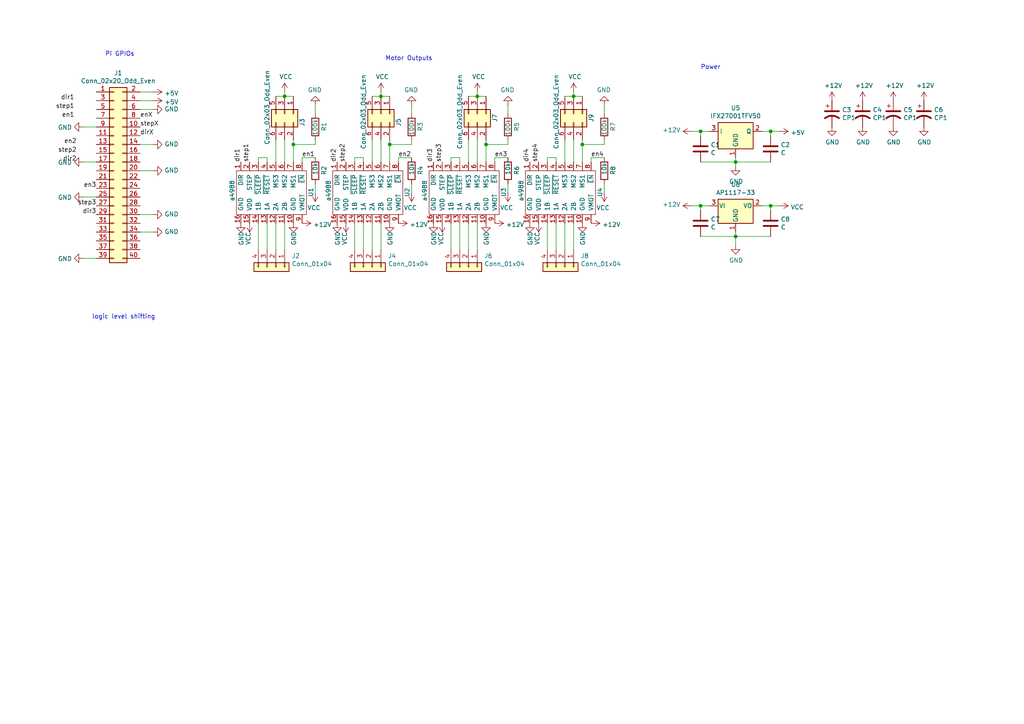
<source format=kicad_sch>
(kicad_sch (version 20211123) (generator eeschema)
  (paper "A4")
  (lib_symbols
    (symbol "Connector_Generic:Conn_01x04" (pin_names (offset 1.016) hide)
      (property "Reference" "J" (at 0 5.08 0))
      (property "Value" "Conn_01x04" (at 0 -7.62 0))
      (symbol "Conn_01x04_1_1"
        (rectangle (start -1.27 -4.953) (end 0 -5.207) (stroke (width 0.1524)))
        (rectangle (start -1.27 -2.413) (end 0 -2.667) (stroke (width 0.1524)))
        (rectangle (start -1.27 0.127) (end 0 -0.127) (stroke (width 0.1524)))
        (rectangle (start -1.27 2.667) (end 0 2.413) (stroke (width 0.1524)))
        (rectangle (start -1.27 3.81) (end 1.27 -6.35) (stroke (width 0.254)) (fill (type background)))
        (pin passive line (at -5.08 2.54 0) (length 3.81) (name "Pin_1") (number "1"))
        (pin passive line (at -5.08 0 0) (length 3.81) (name "Pin_2") (number "2"))
        (pin passive line (at -5.08 -2.54 0) (length 3.81) (name "Pin_3") (number "3"))
        (pin passive line (at -5.08 -5.08 0) (length 3.81) (name "Pin_4") (number "4"))
      )
    )
    (symbol "Connector_Generic:Conn_02x03_Odd_Even" (pin_names (offset 1.016) hide)
      (property "Reference" "J" (at 1.27 5.08 0))
      (property "Value" "Conn_02x03_Odd_Even" (at 1.27 -5.08 0))
      (symbol "Conn_02x03_Odd_Even_1_1"
        (rectangle (start -1.27 -2.413) (end 0 -2.667) (stroke (width 0.1524)))
        (rectangle (start -1.27 0.127) (end 0 -0.127) (stroke (width 0.1524)))
        (rectangle (start -1.27 2.667) (end 0 2.413) (stroke (width 0.1524)))
        (rectangle (start -1.27 3.81) (end 3.81 -3.81) (stroke (width 0.254)) (fill (type background)))
        (rectangle (start 3.81 -2.413) (end 2.54 -2.667) (stroke (width 0.1524)))
        (rectangle (start 3.81 0.127) (end 2.54 -0.127) (stroke (width 0.1524)))
        (rectangle (start 3.81 2.667) (end 2.54 2.413) (stroke (width 0.1524)))
        (pin passive line (at -5.08 2.54 0) (length 3.81) (name "Pin_1") (number "1"))
        (pin passive line (at 7.62 2.54 180) (length 3.81) (name "Pin_2") (number "2"))
        (pin passive line (at -5.08 0 0) (length 3.81) (name "Pin_3") (number "3"))
        (pin passive line (at 7.62 0 180) (length 3.81) (name "Pin_4") (number "4"))
        (pin passive line (at -5.08 -2.54 0) (length 3.81) (name "Pin_5") (number "5"))
        (pin passive line (at 7.62 -2.54 180) (length 3.81) (name "Pin_6") (number "6"))
      )
    )
    (symbol "Connector_Generic:Conn_02x20_Odd_Even" (pin_names (offset 1.016) hide)
      (property "Reference" "J" (at 1.27 25.4 0))
      (property "Value" "Conn_02x20_Odd_Even" (at 1.27 -27.94 0))
      (symbol "Conn_02x20_Odd_Even_1_1"
        (rectangle (start -1.27 -25.273) (end 0 -25.527) (stroke (width 0.1524)))
        (rectangle (start -1.27 -22.733) (end 0 -22.987) (stroke (width 0.1524)))
        (rectangle (start -1.27 -20.193) (end 0 -20.447) (stroke (width 0.1524)))
        (rectangle (start -1.27 -17.653) (end 0 -17.907) (stroke (width 0.1524)))
        (rectangle (start -1.27 -15.113) (end 0 -15.367) (stroke (width 0.1524)))
        (rectangle (start -1.27 -12.573) (end 0 -12.827) (stroke (width 0.1524)))
        (rectangle (start -1.27 -10.033) (end 0 -10.287) (stroke (width 0.1524)))
        (rectangle (start -1.27 -7.493) (end 0 -7.747) (stroke (width 0.1524)))
        (rectangle (start -1.27 -4.953) (end 0 -5.207) (stroke (width 0.1524)))
        (rectangle (start -1.27 -2.413) (end 0 -2.667) (stroke (width 0.1524)))
        (rectangle (start -1.27 0.127) (end 0 -0.127) (stroke (width 0.1524)))
        (rectangle (start -1.27 2.667) (end 0 2.413) (stroke (width 0.1524)))
        (rectangle (start -1.27 5.207) (end 0 4.953) (stroke (width 0.1524)))
        (rectangle (start -1.27 7.747) (end 0 7.493) (stroke (width 0.1524)))
        (rectangle (start -1.27 10.287) (end 0 10.033) (stroke (width 0.1524)))
        (rectangle (start -1.27 12.827) (end 0 12.573) (stroke (width 0.1524)))
        (rectangle (start -1.27 15.367) (end 0 15.113) (stroke (width 0.1524)))
        (rectangle (start -1.27 17.907) (end 0 17.653) (stroke (width 0.1524)))
        (rectangle (start -1.27 20.447) (end 0 20.193) (stroke (width 0.1524)))
        (rectangle (start -1.27 22.987) (end 0 22.733) (stroke (width 0.1524)))
        (rectangle (start -1.27 24.13) (end 3.81 -26.67) (stroke (width 0.254)) (fill (type background)))
        (rectangle (start 3.81 -25.273) (end 2.54 -25.527) (stroke (width 0.1524)))
        (rectangle (start 3.81 -22.733) (end 2.54 -22.987) (stroke (width 0.1524)))
        (rectangle (start 3.81 -20.193) (end 2.54 -20.447) (stroke (width 0.1524)))
        (rectangle (start 3.81 -17.653) (end 2.54 -17.907) (stroke (width 0.1524)))
        (rectangle (start 3.81 -15.113) (end 2.54 -15.367) (stroke (width 0.1524)))
        (rectangle (start 3.81 -12.573) (end 2.54 -12.827) (stroke (width 0.1524)))
        (rectangle (start 3.81 -10.033) (end 2.54 -10.287) (stroke (width 0.1524)))
        (rectangle (start 3.81 -7.493) (end 2.54 -7.747) (stroke (width 0.1524)))
        (rectangle (start 3.81 -4.953) (end 2.54 -5.207) (stroke (width 0.1524)))
        (rectangle (start 3.81 -2.413) (end 2.54 -2.667) (stroke (width 0.1524)))
        (rectangle (start 3.81 0.127) (end 2.54 -0.127) (stroke (width 0.1524)))
        (rectangle (start 3.81 2.667) (end 2.54 2.413) (stroke (width 0.1524)))
        (rectangle (start 3.81 5.207) (end 2.54 4.953) (stroke (width 0.1524)))
        (rectangle (start 3.81 7.747) (end 2.54 7.493) (stroke (width 0.1524)))
        (rectangle (start 3.81 10.287) (end 2.54 10.033) (stroke (width 0.1524)))
        (rectangle (start 3.81 12.827) (end 2.54 12.573) (stroke (width 0.1524)))
        (rectangle (start 3.81 15.367) (end 2.54 15.113) (stroke (width 0.1524)))
        (rectangle (start 3.81 17.907) (end 2.54 17.653) (stroke (width 0.1524)))
        (rectangle (start 3.81 20.447) (end 2.54 20.193) (stroke (width 0.1524)))
        (rectangle (start 3.81 22.987) (end 2.54 22.733) (stroke (width 0.1524)))
        (pin passive line (at -5.08 22.86 0) (length 3.81) (name "Pin_1") (number "1"))
        (pin passive line (at 7.62 12.7 180) (length 3.81) (name "Pin_10") (number "10"))
        (pin passive line (at -5.08 10.16 0) (length 3.81) (name "Pin_11") (number "11"))
        (pin passive line (at 7.62 10.16 180) (length 3.81) (name "Pin_12") (number "12"))
        (pin passive line (at -5.08 7.62 0) (length 3.81) (name "Pin_13") (number "13"))
        (pin passive line (at 7.62 7.62 180) (length 3.81) (name "Pin_14") (number "14"))
        (pin passive line (at -5.08 5.08 0) (length 3.81) (name "Pin_15") (number "15"))
        (pin passive line (at 7.62 5.08 180) (length 3.81) (name "Pin_16") (number "16"))
        (pin passive line (at -5.08 2.54 0) (length 3.81) (name "Pin_17") (number "17"))
        (pin passive line (at 7.62 2.54 180) (length 3.81) (name "Pin_18") (number "18"))
        (pin passive line (at -5.08 0 0) (length 3.81) (name "Pin_19") (number "19"))
        (pin passive line (at 7.62 22.86 180) (length 3.81) (name "Pin_2") (number "2"))
        (pin passive line (at 7.62 0 180) (length 3.81) (name "Pin_20") (number "20"))
        (pin passive line (at -5.08 -2.54 0) (length 3.81) (name "Pin_21") (number "21"))
        (pin passive line (at 7.62 -2.54 180) (length 3.81) (name "Pin_22") (number "22"))
        (pin passive line (at -5.08 -5.08 0) (length 3.81) (name "Pin_23") (number "23"))
        (pin passive line (at 7.62 -5.08 180) (length 3.81) (name "Pin_24") (number "24"))
        (pin passive line (at -5.08 -7.62 0) (length 3.81) (name "Pin_25") (number "25"))
        (pin passive line (at 7.62 -7.62 180) (length 3.81) (name "Pin_26") (number "26"))
        (pin passive line (at -5.08 -10.16 0) (length 3.81) (name "Pin_27") (number "27"))
        (pin passive line (at 7.62 -10.16 180) (length 3.81) (name "Pin_28") (number "28"))
        (pin passive line (at -5.08 -12.7 0) (length 3.81) (name "Pin_29") (number "29"))
        (pin passive line (at -5.08 20.32 0) (length 3.81) (name "Pin_3") (number "3"))
        (pin passive line (at 7.62 -12.7 180) (length 3.81) (name "Pin_30") (number "30"))
        (pin passive line (at -5.08 -15.24 0) (length 3.81) (name "Pin_31") (number "31"))
        (pin passive line (at 7.62 -15.24 180) (length 3.81) (name "Pin_32") (number "32"))
        (pin passive line (at -5.08 -17.78 0) (length 3.81) (name "Pin_33") (number "33"))
        (pin passive line (at 7.62 -17.78 180) (length 3.81) (name "Pin_34") (number "34"))
        (pin passive line (at -5.08 -20.32 0) (length 3.81) (name "Pin_35") (number "35"))
        (pin passive line (at 7.62 -20.32 180) (length 3.81) (name "Pin_36") (number "36"))
        (pin passive line (at -5.08 -22.86 0) (length 3.81) (name "Pin_37") (number "37"))
        (pin passive line (at 7.62 -22.86 180) (length 3.81) (name "Pin_38") (number "38"))
        (pin passive line (at -5.08 -25.4 0) (length 3.81) (name "Pin_39") (number "39"))
        (pin passive line (at 7.62 20.32 180) (length 3.81) (name "Pin_4") (number "4"))
        (pin passive line (at 7.62 -25.4 180) (length 3.81) (name "Pin_40") (number "40"))
        (pin passive line (at -5.08 17.78 0) (length 3.81) (name "Pin_5") (number "5"))
        (pin passive line (at 7.62 17.78 180) (length 3.81) (name "Pin_6") (number "6"))
        (pin passive line (at -5.08 15.24 0) (length 3.81) (name "Pin_7") (number "7"))
        (pin passive line (at 7.62 15.24 180) (length 3.81) (name "Pin_8") (number "8"))
        (pin passive line (at -5.08 12.7 0) (length 3.81) (name "Pin_9") (number "9"))
      )
    )
    (symbol "Device:C" (pin_numbers hide) (pin_names (offset 0.254))
      (property "Reference" "C" (at 0.635 2.54 0))
      (property "Value" "C" (at 0.635 -2.54 0))
      (symbol "C_0_1"
        (polyline (pts (xy -2.032 -0.762) (xy 2.032 -0.762)) (stroke (width 0.508)))
        (polyline (pts (xy -2.032 0.762) (xy 2.032 0.762)) (stroke (width 0.508)))
      )
      (symbol "C_1_1"
        (pin passive line (at 0 3.81 270) (length 2.794) (name "~") (number "1"))
        (pin passive line (at 0 -3.81 90) (length 2.794) (name "~") (number "2"))
      )
    )
    (symbol "Device:R" (pin_numbers hide) (pin_names (offset 0))
      (property "Reference" "R" (at 2.032 0 90))
      (property "Value" "R" (at 0 0 90))
      (symbol "R_0_1"
        (rectangle (start -1.016 -2.54) (end 1.016 2.54) (stroke (width 0.254)))
      )
      (symbol "R_1_1"
        (pin passive line (at 0 3.81 270) (length 1.27) (name "~") (number "1"))
        (pin passive line (at 0 -3.81 90) (length 1.27) (name "~") (number "2"))
      )
    )
    (symbol "Regulator_Linear:AP1117-33" (pin_names (offset 0.254))
      (property "Reference" "U" (at -3.81 3.175 0))
      (property "Value" "AP1117-33" (at 0 3.175 0))
      (symbol "AP1117-33_0_1"
        (rectangle (start -5.08 -5.08) (end 5.08 1.905) (stroke (width 0.254)) (fill (type background)))
      )
      (symbol "AP1117-33_1_1"
        (pin power_in line (at 0 -7.62 90) (length 2.54) (name "GND") (number "1"))
        (pin power_out line (at 7.62 0 180) (length 2.54) (name "VO") (number "2"))
        (pin power_in line (at -7.62 0 0) (length 2.54) (name "VI") (number "3"))
      )
    )
    (symbol "Regulator_Linear:IFX27001TFV50"
      (property "Reference" "U" (at 0 6.35 0))
      (property "Value" "IFX27001TFV50" (at 0 3.81 0))
      (symbol "IFX27001TFV50_1_1"
        (rectangle (start -5.08 2.54) (end 5.08 -5.08) (stroke (width 0.254)) (fill (type background)))
        (pin power_in line (at 0 -7.62 90) (length 2.54) (name "GND") (number "1"))
        (pin power_out line (at 7.62 0 180) (length 2.54) (name "Q") (number "2"))
        (pin power_in line (at -7.62 0 0) (length 2.54) (name "I") (number "3"))
      )
    )
    (symbol "a4988:a4988" (pin_names (offset 1.016))
      (property "Reference" "U" (at 11.43 0 90))
      (property "Value" "a4988" (at -11.43 0 90))
      (symbol "a4988_0_1"
        (rectangle (start -10.16 6.35) (end 10.16 -6.35))
      )
      (symbol "a4988_1_1"
        (pin input line (at -8.89 8.89 270) (length 2.54) (name "DIR") (number "1"))
        (pin input line (at 6.35 -8.89 90) (length 2.54) (name "GND") (number "10"))
        (pin input line (at 3.81 -8.89 90) (length 2.54) (name "2B") (number "11"))
        (pin input line (at 1.27 -8.89 90) (length 2.54) (name "2A") (number "12"))
        (pin input line (at -1.27 -8.89 90) (length 2.54) (name "1A") (number "13"))
        (pin input line (at -3.81 -8.89 90) (length 2.54) (name "1B") (number "14"))
        (pin input line (at -6.35 -8.89 90) (length 2.54) (name "VDD") (number "15"))
        (pin input line (at -8.89 -8.89 90) (length 2.54) (name "GND") (number "16"))
        (pin input line (at -6.35 8.89 270) (length 2.54) (name "STEP") (number "2"))
        (pin input line (at -3.81 8.89 270) (length 2.54) (name "~{SLEEP}") (number "3"))
        (pin input line (at -1.27 8.89 270) (length 2.54) (name "~{RESET}") (number "4"))
        (pin input line (at 1.27 8.89 270) (length 2.54) (name "MS3") (number "5"))
        (pin input line (at 3.81 8.89 270) (length 2.54) (name "MS2") (number "6"))
        (pin input line (at 6.35 8.89 270) (length 2.54) (name "MS1") (number "7"))
        (pin input line (at 8.89 8.89 270) (length 2.54) (name "~{EN}") (number "8"))
        (pin input line (at 8.89 -8.89 90) (length 2.54) (name "VMOT") (number "9"))
      )
    )
    (symbol "blinds-2.0-rescue:CP1-Device" (pin_numbers hide) (pin_names (offset 0.254) hide)
      (property "Reference" "C" (at 0.635 2.54 0))
      (property "Value" "CP1-Device" (at 0.635 -2.54 0))
      (symbol "CP1-Device_0_1"
        (polyline (pts (xy -2.032 0.762) (xy 2.032 0.762)) (stroke (width 0.508)))
        (polyline (pts (xy -1.778 2.286) (xy -0.762 2.286)))
        (polyline (pts (xy -1.27 1.778) (xy -1.27 2.794)))
        (arc (start 2.032 -1.27) (mid 0 -0.5572) (end -2.032 -1.27) (stroke (width 0.508)))
      )
      (symbol "CP1-Device_1_1"
        (pin passive line (at 0 3.81 270) (length 2.794) (name "~") (number "1"))
        (pin passive line (at 0 -3.81 90) (length 3.302) (name "~") (number "2"))
      )
    )
    (symbol "power:+12V" (power) (pin_names (offset 0))
      (property "Value" "+12V" (at 0 3.556 0))
      (symbol "+12V_0_1"
        (polyline (pts (xy -0.762 1.27) (xy 0 2.54)))
        (polyline (pts (xy 0 0) (xy 0 2.54)))
        (polyline (pts (xy 0 2.54) (xy 0.762 1.27)))
      )
      (symbol "+12V_1_1"
        (pin power_in line (at 0 0 90) (length 0) hide (name "+12V") (number "1"))
      )
    )
    (symbol "power:+5V" (power) (pin_names (offset 0))
      (property "Value" "+5V" (at 0 3.556 0))
      (symbol "+5V_0_1"
        (polyline (pts (xy -0.762 1.27) (xy 0 2.54)))
        (polyline (pts (xy 0 0) (xy 0 2.54)))
        (polyline (pts (xy 0 2.54) (xy 0.762 1.27)))
      )
      (symbol "+5V_1_1"
        (pin power_in line (at 0 0 90) (length 0) hide (name "+5V") (number "1"))
      )
    )
    (symbol "power:GND" (power) (pin_names (offset 0))
      (property "Value" "GND" (at 0 -3.81 0))
      (symbol "GND_0_1"
        (polyline (pts (xy 0 0) (xy 0 -1.27) (xy 1.27 -1.27) (xy 0 -2.54) (xy -1.27 -1.27) (xy 0 -1.27)))
      )
      (symbol "GND_1_1"
        (pin power_in line (at 0 0 270) (length 0) hide (name "GND") (number "1"))
      )
    )
    (symbol "power:VCC" (power) (pin_names (offset 0))
      (property "Value" "VCC" (at 0 3.81 0))
      (symbol "VCC_0_1"
        (polyline (pts (xy -0.762 1.27) (xy 0 2.54)))
        (polyline (pts (xy 0 0) (xy 0 2.54)))
        (polyline (pts (xy 0 2.54) (xy 0.762 1.27)))
      )
      (symbol "VCC_1_1"
        (pin power_in line (at 0 0 90) (length 0) hide (name "VCC") (number "1"))
      )
    )
  )
  (junction (at 113.03 41.91))
  (junction (at 223.52 59.69))
  (junction (at 213.36 68.58))
  (junction (at 110.49 27.94))
  (junction (at 138.43 27.94))
  (junction (at 82.55 27.94))
  (junction (at 85.09 41.91))
  (junction (at 168.91 41.91))
  (junction (at 213.36 46.99))
  (junction (at 140.97 41.91))
  (junction (at 203.2 38.1))
  (junction (at 166.37 27.94))
  (junction (at 203.2 59.69))
  (junction (at 223.52 38.1))
  (wire (pts (xy 223.52 39.37) (xy 223.52 38.1)))
  (wire (pts (xy 147.32 41.91) (xy 140.97 41.91)))
  (wire (pts (xy 110.49 27.94) (xy 113.03 27.94)))
  (wire (pts (xy 213.36 45.72) (xy 213.36 46.99)))
  (wire (pts (xy 220.98 38.1) (xy 223.52 38.1)))
  (wire (pts (xy 133.35 45.72) (xy 133.35 46.99)))
  (wire (pts (xy 213.36 68.58) (xy 213.36 71.12)))
  (wire (pts (xy 133.35 64.77) (xy 133.35 72.39)))
  (wire (pts (xy 130.81 45.72) (xy 133.35 45.72)))
  (wire (pts (xy 147.32 30.48) (xy 147.32 33.02)))
  (wire (pts (xy 119.38 30.48) (xy 119.38 33.02)))
  (wire (pts (xy 77.47 45.72) (xy 77.47 46.99)))
  (wire (pts (xy 105.41 72.39) (xy 105.41 64.77)))
  (wire (pts (xy 138.43 46.99) (xy 138.43 40.64)))
  (wire (pts (xy 107.95 40.64) (xy 107.95 46.99)))
  (wire (pts (xy 168.91 41.91) (xy 168.91 46.99)))
  (wire (pts (xy 203.2 38.1) (xy 205.74 38.1)))
  (wire (pts (xy 40.64 29.21) (xy 44.45 29.21)))
  (wire (pts (xy 115.57 46.99) (xy 115.57 45.72)))
  (wire (pts (xy 135.89 27.94) (xy 138.43 27.94)))
  (wire (pts (xy 138.43 64.77) (xy 138.43 72.39)))
  (wire (pts (xy 85.09 40.64) (xy 85.09 41.91)))
  (wire (pts (xy 44.45 49.53) (xy 40.64 49.53)))
  (wire (pts (xy 223.52 38.1) (xy 226.06 38.1)))
  (wire (pts (xy 24.13 57.15) (xy 27.94 57.15)))
  (wire (pts (xy 175.26 45.72) (xy 171.45 45.72)))
  (wire (pts (xy 91.44 53.34) (xy 91.44 55.88)))
  (wire (pts (xy 163.83 64.77) (xy 163.83 72.39)))
  (wire (pts (xy 203.2 59.69) (xy 200.66 59.69)))
  (wire (pts (xy 80.01 40.64) (xy 80.01 46.99)))
  (wire (pts (xy 74.93 64.77) (xy 74.93 72.39)))
  (wire (pts (xy 115.57 45.72) (xy 119.38 45.72)))
  (wire (pts (xy 143.51 46.99) (xy 143.51 45.72)))
  (wire (pts (xy 110.49 46.99) (xy 110.49 40.64)))
  (wire (pts (xy 130.81 72.39) (xy 130.81 64.77)))
  (wire (pts (xy 140.97 40.64) (xy 140.97 41.91)))
  (wire (pts (xy 220.98 59.69) (xy 223.52 59.69)))
  (wire (pts (xy 171.45 46.99) (xy 171.45 45.72)))
  (wire (pts (xy 113.03 40.64) (xy 113.03 41.91)))
  (wire (pts (xy 168.91 40.64) (xy 168.91 41.91)))
  (wire (pts (xy 44.45 26.67) (xy 40.64 26.67)))
  (wire (pts (xy 130.81 46.99) (xy 130.81 45.72)))
  (wire (pts (xy 205.74 59.69) (xy 203.2 59.69)))
  (wire (pts (xy 223.52 60.96) (xy 223.52 59.69)))
  (wire (pts (xy 203.2 68.58) (xy 213.36 68.58)))
  (wire (pts (xy 44.45 62.23) (xy 40.64 62.23)))
  (wire (pts (xy 107.95 27.94) (xy 110.49 27.94)))
  (wire (pts (xy 44.45 31.75) (xy 40.64 31.75)))
  (wire (pts (xy 166.37 26.67) (xy 166.37 27.94)))
  (wire (pts (xy 213.36 48.26) (xy 213.36 46.99)))
  (wire (pts (xy 87.63 46.99) (xy 87.63 45.72)))
  (wire (pts (xy 82.55 72.39) (xy 82.55 64.77)))
  (wire (pts (xy 107.95 64.77) (xy 107.95 72.39)))
  (wire (pts (xy 74.93 46.99) (xy 74.93 45.72)))
  (wire (pts (xy 119.38 41.91) (xy 113.03 41.91)))
  (wire (pts (xy 158.75 64.77) (xy 158.75 72.39)))
  (wire (pts (xy 223.52 68.58) (xy 213.36 68.58)))
  (wire (pts (xy 168.91 27.94) (xy 166.37 27.94)))
  (wire (pts (xy 44.45 67.31) (xy 40.64 67.31)))
  (wire (pts (xy 85.09 27.94) (xy 82.55 27.94)))
  (wire (pts (xy 110.49 26.67) (xy 110.49 27.94)))
  (wire (pts (xy 161.29 72.39) (xy 161.29 64.77)))
  (wire (pts (xy 102.87 64.77) (xy 102.87 72.39)))
  (wire (pts (xy 102.87 46.99) (xy 102.87 45.72)))
  (wire (pts (xy 110.49 72.39) (xy 110.49 64.77)))
  (wire (pts (xy 138.43 27.94) (xy 140.97 27.94)))
  (wire (pts (xy 166.37 72.39) (xy 166.37 64.77)))
  (wire (pts (xy 91.44 40.64) (xy 91.44 41.91)))
  (wire (pts (xy 175.26 40.64) (xy 175.26 41.91)))
  (wire (pts (xy 24.13 46.99) (xy 27.94 46.99)))
  (wire (pts (xy 163.83 40.64) (xy 163.83 46.99)))
  (wire (pts (xy 161.29 45.72) (xy 161.29 46.99)))
  (wire (pts (xy 119.38 40.64) (xy 119.38 41.91)))
  (wire (pts (xy 24.13 36.83) (xy 27.94 36.83)))
  (wire (pts (xy 138.43 26.67) (xy 138.43 27.94)))
  (wire (pts (xy 85.09 41.91) (xy 85.09 46.99)))
  (wire (pts (xy 147.32 45.72) (xy 143.51 45.72)))
  (wire (pts (xy 82.55 40.64) (xy 82.55 46.99)))
  (wire (pts (xy 91.44 45.72) (xy 87.63 45.72)))
  (wire (pts (xy 213.36 67.31) (xy 213.36 68.58)))
  (wire (pts (xy 200.66 38.1) (xy 203.2 38.1)))
  (wire (pts (xy 203.2 39.37) (xy 203.2 38.1)))
  (wire (pts (xy 147.32 53.34) (xy 147.32 55.88)))
  (wire (pts (xy 135.89 40.64) (xy 135.89 46.99)))
  (wire (pts (xy 91.44 41.91) (xy 85.09 41.91)))
  (wire (pts (xy 44.45 41.91) (xy 40.64 41.91)))
  (wire (pts (xy 175.26 41.91) (xy 168.91 41.91)))
  (wire (pts (xy 119.38 53.34) (xy 119.38 55.88)))
  (wire (pts (xy 82.55 27.94) (xy 80.01 27.94)))
  (wire (pts (xy 91.44 30.48) (xy 91.44 33.02)))
  (wire (pts (xy 82.55 26.67) (xy 82.55 27.94)))
  (wire (pts (xy 203.2 60.96) (xy 203.2 59.69)))
  (wire (pts (xy 175.26 53.34) (xy 175.26 55.88)))
  (wire (pts (xy 77.47 72.39) (xy 77.47 64.77)))
  (wire (pts (xy 166.37 46.99) (xy 166.37 40.64)))
  (wire (pts (xy 24.13 74.93) (xy 27.94 74.93)))
  (wire (pts (xy 158.75 46.99) (xy 158.75 45.72)))
  (wire (pts (xy 102.87 45.72) (xy 105.41 45.72)))
  (wire (pts (xy 80.01 64.77) (xy 80.01 72.39)))
  (wire (pts (xy 105.41 45.72) (xy 105.41 46.99)))
  (wire (pts (xy 74.93 45.72) (xy 77.47 45.72)))
  (wire (pts (xy 113.03 41.91) (xy 113.03 46.99)))
  (wire (pts (xy 175.26 30.48) (xy 175.26 33.02)))
  (wire (pts (xy 166.37 27.94) (xy 163.83 27.94)))
  (wire (pts (xy 223.52 59.69) (xy 226.06 59.69)))
  (wire (pts (xy 213.36 46.99) (xy 223.52 46.99)))
  (wire (pts (xy 203.2 46.99) (xy 213.36 46.99)))
  (wire (pts (xy 135.89 72.39) (xy 135.89 64.77)))
  (wire (pts (xy 158.75 45.72) (xy 161.29 45.72)))
  (wire (pts (xy 147.32 40.64) (xy 147.32 41.91)))
  (wire (pts (xy 140.97 41.91) (xy 140.97 46.99)))
  (text "Pi GPIOs" (at 30.48 16.51 0) (effects (font (size 1.27 1.27)) (justify left bottom)))
  (text "Motor Outputs" (at 111.76 17.78 0) (effects (font (size 1.27 1.27)) (justify left bottom)))
  (text "Power" (at 203.2 20.32 0) (effects (font (size 1.27 1.27)) (justify left bottom)))
  (text "logic level shifting" (at 26.67 92.71 0) (effects (font (size 1.27 1.27)) (justify left bottom)))
  (label "stepX" (at 40.64 36.83 0))
  (label "dir3" (at 27.94 62.23 180))
  (label "step2" (at 100.33 46.99 90))
  (label "en3" (at 27.94 54.61 180))
  (label "en1" (at 21.59 34.29 180))
  (label "step3" (at 128.27 46.99 90))
  (label "step1" (at 72.39 46.99 90))
  (label "dir2" (at 97.79 46.99 90))
  (label "en4" (at 171.45 45.72 0))
  (label "step4" (at 156.21 46.99 90))
  (label "en1" (at 87.63 45.72 0))
  (label "dir4" (at 153.67 46.99 90))
  (label "en2" (at 115.57 45.72 0))
  (label "enX" (at 40.64 34.29 0))
  (label "dir1" (at 21.59 29.21 180))
  (label "dirX" (at 40.64 39.37 0))
  (label "dir3" (at 125.73 46.99 90))
  (label "step1" (at 21.59 31.75 180))
  (label "dir2" (at 22.225 46.99 180))
  (label "dir1" (at 69.85 46.99 90))
  (label "en3" (at 143.51 45.72 0))
  (label "step2" (at 22.225 44.45 180))
  (label "step3" (at 27.94 59.69 180))
  (label "en2" (at 22.225 41.91 180))
  (symbol (lib_id "a4988:a4988") (at 78.74 55.88 0) (unit 1)
    (property "Reference" "U1" (at 90.17 57.15 90) (effects (justify left)))
    (property "Value" "a4988" (at 67.31 58.42 90) (effects (justify left)))
    (property "Footprint" "a4988:a4988" (effects hide))
  )
  (symbol (lib_id "a4988:a4988") (at 106.68 55.88 0) (unit 1)
    (property "Reference" "U2" (at 118.11 57.15 90) (effects (justify left)))
    (property "Value" "a4988" (at 95.25 58.42 90) (effects (justify left)))
    (property "Footprint" "a4988:a4988" (effects hide))
  )
  (symbol (lib_id "a4988:a4988") (at 134.62 55.88 0) (unit 1)
    (property "Reference" "U3" (at 146.05 57.15 90) (effects (justify left)))
    (property "Value" "a4988" (at 123.19 58.42 90) (effects (justify left)))
    (property "Footprint" "a4988:a4988" (effects hide))
  )
  (symbol (lib_id "a4988:a4988") (at 162.56 55.88 0) (unit 1)
    (property "Reference" "U4" (at 173.99 57.15 90) (effects (justify left)))
    (property "Value" "a4988" (at 151.13 58.42 90) (effects (justify left)))
    (property "Footprint" "a4988:a4988" (effects hide))
  )
  (symbol (lib_id "Connector_Generic:Conn_02x20_Odd_Even") (at 33.02 49.53 0) (unit 1)
    (property "Reference" "J1" (at 34.29 21.1582 0))
    (property "Value" "Conn_02x20_Odd_Even" (at 34.29 23.4696 0))
    (property "Footprint" "Connector_PinSocket_2.54mm:PinSocket_2x20_P2.54mm_Vertical" (effects hide))
  )
  (symbol (lib_id "Regulator_Linear:AP1117-33") (at 213.36 59.69 0) (unit 1)
    (property "Reference" "U6" (at 213.36 53.5432 0))
    (property "Value" "AP1117-33" (at 213.36 55.8546 0))
    (property "Footprint" "Package_TO_SOT_SMD:SOT-223-3_TabPin2" (effects hide))
    (property "Datasheet" "http://www.diodes.com/datasheets/AP1117.pdf" (effects hide))
  )
  (symbol (lib_id "power:+5V") (at 44.45 26.67 270) (unit 1)
    (property "Reference" "#PWR0101" (effects hide))
    (property "Value" "+5V" (at 47.7012 27.051 90) (effects (justify left)))
  )
  (symbol (lib_id "power:+5V") (at 44.45 29.21 270) (unit 1)
    (property "Reference" "#PWR0102" (effects hide))
    (property "Value" "+5V" (at 47.7012 29.591 90) (effects (justify left)))
  )
  (symbol (lib_id "power:GND") (at 44.45 31.75 90) (unit 1)
    (property "Reference" "#PWR08" (effects hide))
    (property "Value" "GND" (at 47.7012 31.623 90) (effects (justify right)))
  )
  (symbol (lib_id "power:GND") (at 44.45 41.91 90) (unit 1)
    (property "Reference" "#PWR09" (effects hide))
    (property "Value" "GND" (at 47.7012 41.783 90) (effects (justify right)))
  )
  (symbol (lib_id "power:VCC") (at 226.06 59.69 270) (unit 1)
    (property "Reference" "#PWR0105" (effects hide))
    (property "Value" "VCC" (at 229.3112 60.071 90) (effects (justify left)))
  )
  (symbol (lib_id "power:GND") (at 44.45 62.23 90) (unit 1)
    (property "Reference" "#PWR010" (effects hide))
    (property "Value" "GND" (at 47.7012 62.103 90) (effects (justify right)))
  )
  (symbol (lib_id "power:GND") (at 44.45 67.31 90) (unit 1)
    (property "Reference" "#PWR011" (effects hide))
    (property "Value" "GND" (at 47.7012 67.183 90) (effects (justify right)))
  )
  (symbol (lib_id "power:GND") (at 24.13 74.93 270) (unit 1)
    (property "Reference" "#PWR05" (effects hide))
    (property "Value" "GND" (at 20.8788 75.057 90) (effects (justify right)))
  )
  (symbol (lib_id "power:+5V") (at 226.06 38.1 270) (unit 1)
    (property "Reference" "#PWR0106" (effects hide))
    (property "Value" "+5V" (at 229.3112 38.481 90) (effects (justify left)))
  )
  (symbol (lib_id "power:GND") (at 24.13 57.15 270) (unit 1)
    (property "Reference" "#PWR04" (effects hide))
    (property "Value" "GND" (at 20.8788 57.277 90) (effects (justify right)))
  )
  (symbol (lib_id "power:GND") (at 24.13 36.83 270) (unit 1)
    (property "Reference" "#PWR02" (effects hide))
    (property "Value" "GND" (at 20.8788 36.957 90) (effects (justify right)))
  )
  (symbol (lib_id "power:+12V") (at 200.66 59.69 90) (unit 1)
    (property "Reference" "#PWR0107" (effects hide))
    (property "Value" "+12V" (at 197.4088 59.309 90) (effects (justify left)))
  )
  (symbol (lib_id "power:GND") (at 69.85 64.77 0) (unit 1)
    (property "Reference" "#PWR012" (effects hide))
    (property "Value" "GND" (at 69.977 69.1642 90))
  )
  (symbol (lib_id "power:GND") (at 85.09 64.77 0) (unit 1)
    (property "Reference" "#PWR015" (effects hide))
    (property "Value" "GND" (at 85.217 69.1642 90))
  )
  (symbol (lib_id "power:GND") (at 213.36 71.12 0) (unit 1)
    (property "Reference" "#PWR0108" (effects hide))
    (property "Value" "GND" (at 213.487 75.5142 0))
  )
  (symbol (lib_id "power:GND") (at 97.79 64.77 0) (unit 1)
    (property "Reference" "#PWR017" (effects hide))
    (property "Value" "GND" (at 97.917 69.1642 90))
  )
  (symbol (lib_id "power:GND") (at 113.03 64.77 0) (unit 1)
    (property "Reference" "#PWR020" (effects hide))
    (property "Value" "GND" (at 113.157 69.1642 90))
  )
  (symbol (lib_id "power:GND") (at 125.73 64.77 0) (unit 1)
    (property "Reference" "#PWR022" (effects hide))
    (property "Value" "GND" (at 125.857 69.1642 90))
  )
  (symbol (lib_id "power:GND") (at 140.97 64.77 0) (unit 1)
    (property "Reference" "#PWR025" (effects hide))
    (property "Value" "GND" (at 141.097 69.1642 90))
  )
  (symbol (lib_id "power:GND") (at 153.67 64.77 0) (unit 1)
    (property "Reference" "#PWR027" (effects hide))
    (property "Value" "GND" (at 153.797 69.1642 90))
  )
  (symbol (lib_id "power:GND") (at 168.91 64.77 0) (unit 1)
    (property "Reference" "#PWR030" (effects hide))
    (property "Value" "GND" (at 169.037 69.1642 90))
  )
  (symbol (lib_id "power:VCC") (at 72.39 64.77 180) (unit 1)
    (property "Reference" "#PWR013" (effects hide))
    (property "Value" "VCC" (at 72.009 69.1642 90))
  )
  (symbol (lib_id "power:VCC") (at 100.33 64.77 180) (unit 1)
    (property "Reference" "#PWR018" (effects hide))
    (property "Value" "VCC" (at 99.949 69.1642 90))
  )
  (symbol (lib_id "Device:C") (at 203.2 64.77 0) (unit 1)
    (property "Reference" "C7" (at 206.121 63.6016 0) (effects (justify left)))
    (property "Value" "C" (at 206.121 65.913 0) (effects (justify left)))
    (property "Footprint" "Capacitor_SMD:C_0603_1608Metric" (effects hide))
  )
  (symbol (lib_id "power:VCC") (at 128.27 64.77 180) (unit 1)
    (property "Reference" "#PWR023" (effects hide))
    (property "Value" "VCC" (at 127.889 69.1642 90))
  )
  (symbol (lib_id "Device:C") (at 223.52 64.77 0) (unit 1)
    (property "Reference" "C8" (at 226.441 63.6016 0) (effects (justify left)))
    (property "Value" "C" (at 226.441 65.913 0) (effects (justify left)))
    (property "Footprint" "Capacitor_SMD:C_0603_1608Metric" (effects hide))
  )
  (symbol (lib_id "power:VCC") (at 156.21 64.77 180) (unit 1)
    (property "Reference" "#PWR028" (effects hide))
    (property "Value" "VCC" (at 155.829 69.1642 90))
  )
  (symbol (lib_id "power:VCC") (at 110.49 26.67 0) (unit 1)
    (property "Reference" "#PWR019" (effects hide))
    (property "Value" "VCC" (at 110.871 22.2758 0))
  )
  (symbol (lib_id "power:VCC") (at 138.43 26.67 0) (unit 1)
    (property "Reference" "#PWR024" (effects hide))
    (property "Value" "VCC" (at 138.811 22.2758 0))
  )
  (symbol (lib_id "power:VCC") (at 166.37 26.67 0) (unit 1)
    (property "Reference" "#PWR029" (effects hide))
    (property "Value" "VCC" (at 166.751 22.2758 0))
  )
  (symbol (lib_id "power:VCC") (at 82.55 26.67 0) (unit 1)
    (property "Reference" "#PWR014" (effects hide))
    (property "Value" "VCC" (at 82.931 22.2758 0))
  )
  (symbol (lib_id "power:+12V") (at 200.66 38.1 90) (unit 1)
    (property "Reference" "#PWR032" (effects hide))
    (property "Value" "+12V" (at 197.4088 37.719 90) (effects (justify left)))
  )
  (symbol (lib_id "power:+12V") (at 87.63 64.77 270) (unit 1)
    (property "Reference" "#PWR016" (effects hide))
    (property "Value" "+12V" (at 90.8812 65.151 90) (effects (justify left)))
  )
  (symbol (lib_id "power:+12V") (at 115.57 64.77 270) (unit 1)
    (property "Reference" "#PWR021" (effects hide))
    (property "Value" "+12V" (at 118.8212 65.151 90) (effects (justify left)))
  )
  (symbol (lib_id "power:+12V") (at 143.51 64.77 270) (unit 1)
    (property "Reference" "#PWR026" (effects hide))
    (property "Value" "+12V" (at 146.7612 65.151 90) (effects (justify left)))
  )
  (symbol (lib_id "power:+12V") (at 171.45 64.77 270) (unit 1)
    (property "Reference" "#PWR031" (effects hide))
    (property "Value" "+12V" (at 174.7012 65.151 90) (effects (justify left)))
  )
  (symbol (lib_id "Connector_Generic:Conn_02x03_Odd_Even") (at 82.55 33.02 270) (unit 1)
    (property "Reference" "J3" (at 87.63 34.29 0) (effects (justify left)))
    (property "Value" "Conn_02x03_Odd_Even" (at 77.47 20.32 0) (effects (justify left)))
    (property "Footprint" "Connector_PinSocket_2.54mm:PinSocket_2x03_P2.54mm_Vertical" (effects hide))
  )
  (symbol (lib_id "Connector_Generic:Conn_02x03_Odd_Even") (at 110.49 33.02 270) (unit 1)
    (property "Reference" "J5" (at 115.57 34.29 0) (effects (justify left)))
    (property "Value" "Conn_02x03_Odd_Even" (at 105.41 21.59 0) (effects (justify left)))
    (property "Footprint" "Connector_PinSocket_2.54mm:PinSocket_2x03_P2.54mm_Vertical" (effects hide))
  )
  (symbol (lib_id "Connector_Generic:Conn_02x03_Odd_Even") (at 138.43 33.02 270) (unit 1)
    (property "Reference" "J7" (at 143.51 33.02 0) (effects (justify left)))
    (property "Value" "Conn_02x03_Odd_Even" (at 133.35 21.59 0) (effects (justify left)))
    (property "Footprint" "Connector_PinSocket_2.54mm:PinSocket_2x03_P2.54mm_Vertical" (effects hide))
  )
  (symbol (lib_id "Connector_Generic:Conn_02x03_Odd_Even") (at 166.37 33.02 270) (unit 1)
    (property "Reference" "J9" (at 171.45 33.02 0) (effects (justify left)))
    (property "Value" "Conn_02x03_Odd_Even" (at 161.29 21.59 0) (effects (justify left)))
    (property "Footprint" "Connector_PinSocket_2.54mm:PinSocket_2x03_P2.54mm_Vertical" (effects hide))
  )
  (symbol (lib_id "Regulator_Linear:IFX27001TFV50") (at 213.36 38.1 0) (unit 1)
    (property "Reference" "U5" (at 213.36 31.3182 0))
    (property "Value" "IFX27001TFV50" (at 213.36 33.6296 0))
    (property "Footprint" "Package_TO_SOT_SMD:SOT-223-3_TabPin2" (effects hide))
    (property "Datasheet" "https://static6.arrow.com/aropdfconversion/dc75757ae45a88e5f69bdce3f2a651a5fe0ca07d/ifx27001_ds_10.pdf" (effects hide))
  )
  (symbol (lib_id "power:GND") (at 213.36 48.26 0) (unit 1)
    (property "Reference" "#PWR033" (effects hide))
    (property "Value" "GND" (at 213.487 52.6542 0))
  )
  (symbol (lib_id "Device:C") (at 203.2 43.18 0) (unit 1)
    (property "Reference" "C1" (at 206.121 42.0116 0) (effects (justify left)))
    (property "Value" "C" (at 206.121 44.323 0) (effects (justify left)))
    (property "Footprint" "Capacitor_SMD:C_0603_1608Metric" (effects hide))
  )
  (symbol (lib_id "Device:C") (at 223.52 43.18 0) (unit 1)
    (property "Reference" "C2" (at 226.441 42.0116 0) (effects (justify left)))
    (property "Value" "C" (at 226.441 44.323 0) (effects (justify left)))
    (property "Footprint" "Capacitor_SMD:C_0603_1608Metric" (effects hide))
  )
  (symbol (lib_id "blinds-2.0-rescue:CP1-Device") (at 241.3 33.02 0) (unit 1)
    (property "Reference" "C3" (at 244.221 31.8516 0) (effects (justify left)))
    (property "Value" "CP1" (at 244.221 34.163 0) (effects (justify left)))
    (property "Footprint" "Capacitor_SMD:CP_Elec_6.3x5.3" (effects hide))
  )
  (symbol (lib_id "power:+12V") (at 241.3 29.21 0) (unit 1)
    (property "Reference" "#PWR035" (effects hide))
    (property "Value" "+12V" (at 241.681 24.8158 0))
  )
  (symbol (lib_id "power:GND") (at 241.3 36.83 0) (unit 1)
    (property "Reference" "#PWR036" (effects hide))
    (property "Value" "GND" (at 241.427 41.2242 0))
  )
  (symbol (lib_id "blinds-2.0-rescue:CP1-Device") (at 250.19 33.02 0) (unit 1)
    (property "Reference" "C4" (at 253.111 31.8516 0) (effects (justify left)))
    (property "Value" "CP1" (at 253.111 34.163 0) (effects (justify left)))
    (property "Footprint" "Capacitor_SMD:CP_Elec_6.3x5.3" (effects hide))
  )
  (symbol (lib_id "power:+12V") (at 250.19 29.21 0) (unit 1)
    (property "Reference" "#PWR037" (effects hide))
    (property "Value" "+12V" (at 250.571 24.8158 0))
  )
  (symbol (lib_id "power:GND") (at 250.19 36.83 0) (unit 1)
    (property "Reference" "#PWR038" (effects hide))
    (property "Value" "GND" (at 250.317 41.2242 0))
  )
  (symbol (lib_id "blinds-2.0-rescue:CP1-Device") (at 259.08 33.02 0) (unit 1)
    (property "Reference" "C5" (at 262.001 31.8516 0) (effects (justify left)))
    (property "Value" "CP1" (at 262.001 34.163 0) (effects (justify left)))
    (property "Footprint" "Capacitor_SMD:CP_Elec_6.3x5.3" (effects hide))
  )
  (symbol (lib_id "power:+12V") (at 259.08 29.21 0) (unit 1)
    (property "Reference" "#PWR039" (effects hide))
    (property "Value" "+12V" (at 259.461 24.8158 0))
  )
  (symbol (lib_id "power:GND") (at 259.08 36.83 0) (unit 1)
    (property "Reference" "#PWR040" (effects hide))
    (property "Value" "GND" (at 259.207 41.2242 0))
  )
  (symbol (lib_id "blinds-2.0-rescue:CP1-Device") (at 267.97 33.02 0) (unit 1)
    (property "Reference" "C6" (at 270.891 31.8516 0) (effects (justify left)))
    (property "Value" "CP1" (at 270.891 34.163 0) (effects (justify left)))
    (property "Footprint" "Capacitor_SMD:CP_Elec_6.3x5.3" (effects hide))
  )
  (symbol (lib_id "power:+12V") (at 267.97 29.21 0) (unit 1)
    (property "Reference" "#PWR041" (effects hide))
    (property "Value" "+12V" (at 268.351 24.8158 0))
  )
  (symbol (lib_id "power:GND") (at 267.97 36.83 0) (unit 1)
    (property "Reference" "#PWR042" (effects hide))
    (property "Value" "GND" (at 268.097 41.2242 0))
  )
  (symbol (lib_id "Connector_Generic:Conn_01x04") (at 80.01 77.47 270) (unit 1)
    (property "Reference" "J2" (at 84.582 74.2188 90) (effects (justify left)))
    (property "Value" "Conn_01x04" (at 84.582 76.5302 90) (effects (justify left)))
    (property "Footprint" "Connector_PinSocket_2.54mm:PinSocket_1x04_P2.54mm_Vertical" (effects hide))
  )
  (symbol (lib_id "Connector_Generic:Conn_01x04") (at 107.95 77.47 270) (unit 1)
    (property "Reference" "J4" (at 112.522 74.2188 90) (effects (justify left)))
    (property "Value" "Conn_01x04" (at 112.522 76.5302 90) (effects (justify left)))
    (property "Footprint" "Connector_PinSocket_2.54mm:PinSocket_1x04_P2.54mm_Vertical" (effects hide))
  )
  (symbol (lib_id "Connector_Generic:Conn_01x04") (at 135.89 77.47 270) (unit 1)
    (property "Reference" "J6" (at 140.462 74.2188 90) (effects (justify left)))
    (property "Value" "Conn_01x04" (at 140.462 76.5302 90) (effects (justify left)))
    (property "Footprint" "Connector_PinSocket_2.54mm:PinSocket_1x04_P2.54mm_Vertical" (effects hide))
  )
  (symbol (lib_id "Connector_Generic:Conn_01x04") (at 163.83 77.47 270) (unit 1)
    (property "Reference" "J8" (at 168.402 74.2188 90) (effects (justify left)))
    (property "Value" "Conn_01x04" (at 168.402 76.5302 90) (effects (justify left)))
    (property "Footprint" "Connector_PinSocket_2.54mm:PinSocket_1x04_P2.54mm_Vertical" (effects hide))
  )
  (symbol (lib_id "Device:R") (at 91.44 36.83 0) (unit 1)
    (property "Reference" "R1" (at 93.98 38.1 90) (effects (justify left)))
    (property "Value" "100k" (at 91.44 39.37 90) (effects (justify left)))
    (property "Footprint" "Resistor_SMD:R_0603_1608Metric" (effects hide))
  )
  (symbol (lib_id "power:GND") (at 91.44 30.48 180) (unit 1)
    (property "Reference" "#PWR0103" (effects hide))
    (property "Value" "GND" (at 91.313 26.0858 0))
  )
  (symbol (lib_id "Device:R") (at 119.38 36.83 0) (unit 1)
    (property "Reference" "R3" (at 121.92 38.1 90) (effects (justify left)))
    (property "Value" "100k" (at 119.38 39.37 90) (effects (justify left)))
    (property "Footprint" "Resistor_SMD:R_0603_1608Metric" (effects hide))
  )
  (symbol (lib_id "power:GND") (at 119.38 30.48 180) (unit 1)
    (property "Reference" "#PWR0104" (effects hide))
    (property "Value" "GND" (at 119.253 26.0858 0))
  )
  (symbol (lib_id "Device:R") (at 147.32 36.83 0) (unit 1)
    (property "Reference" "R5" (at 149.86 38.1 90) (effects (justify left)))
    (property "Value" "100k" (at 147.32 39.37 90) (effects (justify left)))
    (property "Footprint" "Resistor_SMD:R_0603_1608Metric" (effects hide))
  )
  (symbol (lib_id "power:GND") (at 147.32 30.48 180) (unit 1)
    (property "Reference" "#PWR0109" (effects hide))
    (property "Value" "GND" (at 147.193 26.0858 0))
  )
  (symbol (lib_id "Device:R") (at 175.26 36.83 0) (unit 1)
    (property "Reference" "R7" (at 177.8 38.1 90) (effects (justify left)))
    (property "Value" "100k" (at 175.26 39.37 90) (effects (justify left)))
    (property "Footprint" "Resistor_SMD:R_0603_1608Metric" (effects hide))
  )
  (symbol (lib_id "power:GND") (at 175.26 30.48 180) (unit 1)
    (property "Reference" "#PWR0110" (effects hide))
    (property "Value" "GND" (at 175.133 26.0858 0))
  )
  (symbol (lib_id "Device:R") (at 119.38 49.53 0) (unit 1)
    (property "Reference" "R4" (at 121.92 50.8 90) (effects (justify left)))
    (property "Value" "10k" (at 119.38 50.8 90) (effects (justify left)))
    (property "Footprint" "Resistor_SMD:R_0603_1608Metric" (effects hide))
  )
  (symbol (lib_id "Device:R") (at 147.32 49.53 0) (unit 1)
    (property "Reference" "R6" (at 149.86 50.8 90) (effects (justify left)))
    (property "Value" "10k" (at 147.32 50.8 90) (effects (justify left)))
    (property "Footprint" "Resistor_SMD:R_0603_1608Metric" (effects hide))
  )
  (symbol (lib_id "Device:R") (at 175.26 49.53 0) (unit 1)
    (property "Reference" "R8" (at 177.8 50.8 90) (effects (justify left)))
    (property "Value" "10k" (at 175.26 50.8 90) (effects (justify left)))
    (property "Footprint" "Resistor_SMD:R_0603_1608Metric" (effects hide))
  )
  (symbol (lib_id "Device:R") (at 91.44 49.53 0) (unit 1)
    (property "Reference" "R2" (at 93.98 50.8 90) (effects (justify left)))
    (property "Value" "10k" (at 91.44 50.8 90) (effects (justify left)))
    (property "Footprint" "Resistor_SMD:R_0603_1608Metric" (effects hide))
  )
  (symbol (lib_id "power:VCC") (at 91.44 55.88 180) (unit 1)
    (property "Reference" "#PWR0111" (effects hide))
    (property "Value" "VCC" (at 91.059 60.2742 0))
  )
  (symbol (lib_id "power:VCC") (at 119.38 55.88 180) (unit 1)
    (property "Reference" "#PWR0112" (effects hide))
    (property "Value" "VCC" (at 118.999 60.2742 0))
  )
  (symbol (lib_id "power:VCC") (at 147.32 55.88 180) (unit 1)
    (property "Reference" "#PWR0113" (effects hide))
    (property "Value" "VCC" (at 146.939 60.2742 0))
  )
  (symbol (lib_id "power:VCC") (at 175.26 55.88 180) (unit 1)
    (property "Reference" "#PWR0114" (effects hide))
    (property "Value" "VCC" (at 174.879 60.2742 0))
  )
  (symbol (lib_id "power:GND") (at 24.13 46.99 270) (unit 1)
    (property "Reference" "#PWR?" (effects hide))
    (property "Value" "GND" (at 20.8788 47.117 90) (effects (justify right)))
  )
  (symbol (lib_id "power:GND") (at 44.45 49.53 90) (unit 1)
    (property "Reference" "#PWR?" (effects hide))
    (property "Value" "GND" (at 47.7012 49.403 90) (effects (justify right)))
  )
)
</source>
